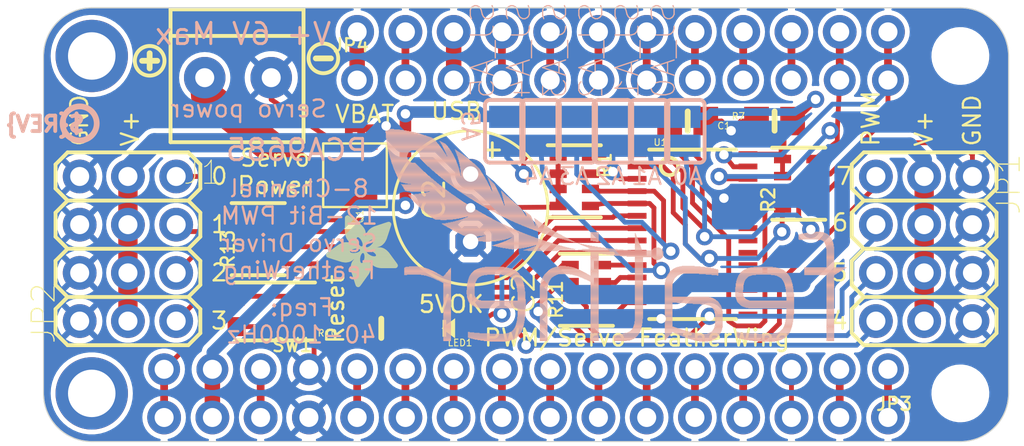
<source format=kicad_pcb>
(kicad_pcb (version 20221018) (generator pcbnew)
  (layers (0 "F.Cu" signal) (31 "B.Cu" signal) (34 "B.Paste" user) (35 "F.Paste" user) (36 "B.SilkS" user "B.Silkscreen") (37 "F.SilkS" user "F.Silkscreen") (38 "B.Mask" user) (39 "F.Mask" user) (44 "Edge.Cuts" user))
  (net 0 "")
  (net 1 "PWM0")
  (net 2 "PWM1")
  (net 3 "PWM2")
  (net 4 "PWM3")
  (net 5 "PWM4")
  (net 6 "PWM5")
  (net 7 "PWM6")
  (net 8 "PWM7")
  (net 9 "5.0V")
  (net 10 "GND")
  (net 11 "A0")
  (net 12 "A1")
  (net 13 "A2")
  (net 14 "A3")
  (net 15 "A4")
  (net 16 "A5")
  (net 17 "VCC")
  (net 18 "OE")
  (net 19 "SCL")
  (net 20 "SDA")
  (net 21 "PWRIN")
  (net 22 "N$1")
  (net 23 "N$2")
  (net 24 "N$3")
  (net 25 "N$4")
  (net 26 "N$5")
  (net 27 "N$6")
  (net 28 "N$7")
  (net 29 "N$8")
  (net 30 "N$9")
  (net 31 "N$10")
  (net 32 "N$11")
  (net 33 "N$12")
  (net 34 "N$13")
  (net 35 "N$14")
  (net 36 "N$15")
  (net 37 "N$16")
  (net 38 "N$17")
  (net 39 "N$18")
  (net 40 "N$19")
  (net 41 "N$20")
  (net 42 "N$21")
  (net 43 "N$22")
  (net 44 "VBAT")
  (net 45 "N$24")
  (net 46 "USB")
  (net 47 "N$25")
  (net 48 "N$26")
  (net 49 "N$27")
  (net 50 "N$28")
  (net 51 "N$29")
  (net 52 "N$30")
  (net 53 "N$31")
  (net 54 "N$32")
  (footprint "working:CHIPLED_0805_NOOUTLINE" (layer "F.Cu") (at 144.4371 110.4646 90)
    (fp_text reference "LED1")
    (fp_text value "GREEN")
  )
  (footprint "working:1X16_ROUND" (layer "F.Cu") (at 148.5011 112.6236 180)
    (fp_text reference "JP3")
    (fp_text value "")
  )
  (footprint "working:RESPACK_4X0603" (layer "F.Cu") (at 151.6761 108.4326 90)
    (fp_text reference "R11")
    (fp_text value "220")
  )
  (footprint "working:0805-NO" (layer "F.Cu") (at 157.0101 99.5426)
    (fp_text reference "R7")
    (fp_text value "10K")
  )
  (footprint "working:POWERDI3333" (layer "F.Cu") (at 139.4971 102.3986 -90)
    (fp_text reference "Q1")
    (fp_text value "AON7401")
  )
  (footprint "working:TERMBLOCK_1X2-3.5MM" (layer "F.Cu") (at 133.3881 97.2566 180)
    (fp_text reference "J1")
    (fp_text value "" hide)
  )
  (footprint "working:0805-NO" (layer "F.Cu") (at 161.5821 99.5426 180)
    (fp_text reference "C1")
    (fp_text value "10uF")
  )
  (footprint "working:1X12_ROUND" (layer "F.Cu") (at 153.5811 97.3836)
    (fp_text reference "JP4")
    (fp_text value "")
  )
  (footprint "working:RESPACK_4X0603" (layer "F.Cu") (at 162.8521 102.8446 90)
    (fp_text reference "R2")
    (fp_text value "10K")
  )
  (footprint "working:3X04" (layer "F.Cu") (at 169.4561 106.2736 -90)
    (fp_text reference "JP1")
    (fp_text value "")
  )
  (footprint "working:FIDUCIAL_1MM" (layer "F.Cu") (at 169.0741 113.9206)
    (fp_text reference "FID2" hide)
    (fp_text value "FIDUCIAL\"\"" hide)
  )
  (footprint "working:RESPACK_4X0603" (layer "F.Cu") (at 134.4041 105.7656 90)
    (fp_text reference "R13")
    (fp_text value "220")
  )
  (footprint "working:RESPACK_4X0603" (layer "F.Cu") (at 151.0411 102.7176 -90)
    (fp_text reference "R1")
    (fp_text value "10K")
  )
  (footprint "working:FEATHERWING" (layer "F.Cu") (at 123.1011 116.4336)
    (fp_text reference "MS1" hide)
    (fp_text value "FEATHERWING" hide)
    (fp_line (start 0 -20.32) (end 0 -2.54) (stroke (width 0.05)) (layer "Edge.Cuts"))
    (fp_line (start 2.54 0) (end 48.26 0) (stroke (width 0.05)) (layer "Edge.Cuts"))
    (fp_line (start 48.26 -22.86) (end 2.54 -22.86) (stroke (width 0.05)) (layer "Edge.Cuts"))
    (fp_line (start 50.8 -2.54) (end 50.8 -20.32) (stroke (width 0.05)) (layer "Edge.Cuts"))
    (fp_arc (start 0 -20.32) (mid 0.743949 -22.116051) (end 2.54 -22.86) (stroke (width 0.05)) (layer "Edge.Cuts"))
    (fp_arc (start 2.54 0) (mid 0.743949 -0.743949) (end 0 -2.54) (stroke (width 0.05)) (layer "Edge.Cuts"))
    (fp_arc (start 48.26 -22.86) (mid 50.056051 -22.116051) (end 50.8 -20.32) (stroke (width 0.05)) (layer "Edge.Cuts"))
    (fp_arc (start 50.8 -2.54) (mid 50.056051 -0.743949) (end 48.26 0) (stroke (width 0.05)) (layer "Edge.Cuts"))
  )
  (footprint "working:BTN_KMR2_4.6X2.8" (layer "F.Cu") (at 135.2931 109.5756 180)
    (fp_text reference "SW1")
    (fp_text value "")
  )
  (footprint "working:E3,5-8" (layer "F.Cu") (at 145.5801 104.1146 -90)
    (fp_text reference "C2")
    (fp_text value "")
  )
  (footprint "working:ADAFRUIT_3.5MM" (layer "F.Cu") (at 141.7701 104.4956 180)
    (fp_text reference "U$14" hide)
    (fp_text value "" hide)
  )
  (footprint "working:0805-NO" (layer "F.Cu") (at 140.8811 110.4646 180)
    (fp_text reference "R10")
    (fp_text value "470")
  )
  (footprint "working:TSSOP28" (layer "F.Cu") (at 157.2641 105.5116 -90)
    (fp_text reference "U1")
    (fp_text value "PCA9685")
  )
  (footprint "working:3X04" (layer "F.Cu") (at 127.5461 106.2736 90)
    (fp_text reference "JP2")
    (fp_text value "")
  )
  (footprint "working:FIDUCIAL_1MM" (layer "F.Cu") (at 128.5471 98.3046)
    (fp_text reference "FID1" hide)
    (fp_text value "FIDUCIAL\"\"" hide)
  )
  (footprint "working:SYMBOL_MINUS" (layer "F.Cu") (at 137.8331 96.2406)
    (fp_text reference "U$12" hide)
    (fp_text value "" hide)
  )
  (footprint "working:SYMBOL_PLUS" (layer "F.Cu") (at 128.6891 96.3676)
    (fp_text reference "U$11" hide)
    (fp_text value "" hide)
  )
  (footprint "working:SOLDERJUMPER_REFLOW_NOPASTE" (layer "B.Cu") (at 149.2631 100.0826 -90)
    (fp_text reference "SJ_A4")
    (fp_text value "")
  )
  (footprint "working:SOLDERJUMPER_REFLOW_NOPASTE" (layer "B.Cu") (at 151.1681 100.0826 -90)
    (fp_text reference "SJ_A3")
    (fp_text value "")
  )
  (footprint "working:PCBFEAT-REV-040" (layer "B.Cu") (at 125.0061 99.6696 180)
    (fp_text reference "U$16" hide)
    (fp_text value "" hide)
  )
  (footprint "working:SOLDERJUMPER_REFLOW_NOPASTE" (layer "B.Cu") (at 147.3581 100.0826 -90)
    (fp_text reference "SJ_A5")
    (fp_text value "")
  )
  (footprint "working:FEATHERLOGO" (layer "B.Cu") (at 165.3921 111.2266 180)
    (fp_text reference "U$15" hide)
    (fp_text value "" hide)
  )
  (footprint "working:SOLDERJUMPER_REFLOW_NOPASTE" (layer "B.Cu") (at 154.9781 100.0826 -90)
    (fp_text reference "SJ_A1")
    (fp_text value "")
  )
  (footprint "working:SOLDERJUMPER_REFLOW_NOPASTE" (layer "B.Cu") (at 156.8831 100.0826 -90)
    (fp_text reference "SJ_A0")
    (fp_text value "")
  )
  (footprint "working:SOLDERJUMPER_REFLOW_NOPASTE" (layer "B.Cu") (at 153.0731 100.0826 -90)
    (fp_text reference "SJ_A2")
    (fp_text value "")
  )
  (gr_line (start 123.1011 113.8936) (end 123.1011 96.1136) (stroke (width 0.05)) (layer "Edge.Cuts"))
  (gr_arc (start 173.9011 113.8936) (mid 173.157151 115.689651) (end 171.3611 116.4336) (stroke (width 0.05)) (layer "Edge.Cuts"))
  (gr_arc (start 171.3611 93.5736) (mid 173.157151 94.317549) (end 173.9011 96.1136) (stroke (width 0.05)) (layer "Edge.Cuts"))
  (gr_line (start 125.6411 93.5736) (end 171.3611 93.5736) (stroke (width 0.05)) (layer "Edge.Cuts"))
  (gr_line (start 171.3611 116.4336) (end 125.6411 116.4336) (stroke (width 0.05)) (layer "Edge.Cuts"))
  (gr_arc (start 123.1011 96.1136) (mid 123.845049 94.317549) (end 125.6411 93.5736) (stroke (width 0.05)) (layer "Edge.Cuts"))
  (gr_arc (start 125.6411 116.4336) (mid 123.845049 115.689651) (end 123.1011 113.8936) (stroke (width 0.05)) (layer "Edge.Cuts"))
  (gr_line (start 173.9011 96.1136) (end 173.9011 113.8936) (stroke (width 0.05)) (layer "Edge.Cuts"))
  (gr_text "V+ 6V Max" (at 138.3411 95.6056) (layer "B.SilkS") (effects (font (size 1.1176 1.1176) (thickness 0.1524)) (justify left bottom mirror)))
  (gr_text "A5" (at 146.0881 98.9076 -90) (layer "B.SilkS") (effects (font (size 0.89408 0.89408) (thickness 0.12192)) (justify right top mirror)))
  (gr_text "A0" (at 157.8991 102.9716) (layer "B.SilkS") (effects (font (size 0.89408 0.89408) (thickness 0.12192)) (justify left bottom mirror)))
  (gr_text "A4" (at 150.0251 102.9716) (layer "B.SilkS") (effects (font (size 0.89408 0.89408) (thickness 0.12192)) (justify left bottom mirror)))
  (gr_text "8-Channel\n12-Bit PWM\nServo Driver\nFeatherWing" (at 136.5631 105.2576) (layer "B.SilkS") (effects (font (size 0.89408 0.89408) (thickness 0.12192)) (justify mirror)))
  (gr_text "A2" (at 153.8351 102.9716) (layer "B.SilkS") (effects (font (size 0.89408 0.89408) (thickness 0.12192)) (justify left bottom mirror)))
  (gr_text "PCA9685" (at 136.4361 101.0666) (layer "B.SilkS") (effects (font (size 1.1176 1.1176) (thickness 0.1524)) (justify mirror)))
  (gr_text "Servo power" (at 138.0871 99.4156) (layer "B.SilkS") (effects (font (size 0.89408 0.89408) (thickness 0.12192)) (justify left bottom mirror)))
  (gr_text "A3" (at 151.9301 102.9716) (layer "B.SilkS") (effects (font (size 0.89408 0.89408) (thickness 0.12192)) (justify left bottom mirror)))
  (gr_text "A1" (at 155.7401 102.9716) (layer "B.SilkS") (effects (font (size 0.89408 0.89408) (thickness 0.12192)) (justify left bottom mirror)))
  (gr_text "Freq:\n40-1000Hz" (at 136.6901 110.0836) (layer "B.SilkS") (effects (font (size 0.89408 0.89408) (thickness 0.12192)) (justify mirror)))
  (gr_text "Servo\nPower" (at 135.2931 102.2096) (layer "F.SilkS") (effects (font (size 0.89408 0.89408) (thickness 0.12192))))
  (gr_text "Reset" (at 138.4681 109.4486 90) (layer "F.SilkS") (effects (font (size 0.88392 0.88392) (thickness 0.13208))))
  (gr_text "4" (at 164.4871 110.5916) (layer "F.SilkS") (effects (font (size 0.89408 0.89408) (thickness 0.12192)) (justify left bottom)))
  (gr_text "5" (at 164.4871 108.0516) (layer "F.SilkS") (effects (font (size 0.89408 0.89408) (thickness 0.12192)) (justify left bottom)))
  (gr_text "GND" (at 125.5141 100.9556 90) (layer "F.SilkS") (effects (font (size 0.89408 0.89408) (thickness 0.12192)) (justify left bottom)))
  (gr_text "1" (at 131.8481 105.5116) (layer "F.SilkS") (effects (font (size 0.89408 0.89408) (thickness 0.12192)) (justify left bottom)))
  (gr_text "2" (at 131.8481 108.0516) (layer "F.SilkS") (effects (font (size 0.89408 0.89408) (thickness 0.12192)) (justify left bottom)))
  (gr_text "0" (at 131.8481 102.9716) (layer "F.SilkS") (effects (font (size 0.89408 0.89408) (thickness 0.12192)) (justify left bottom)))
  (gr_text "PWM" (at 167.1701 100.9556 90) (layer "F.SilkS") (effects (font (size 0.89408 0.89408) (thickness 0.12192)) (justify left bottom)))
  (gr_text "USB" (at 143.4211 99.5426) (layer "F.SilkS") (effects (font (size 0.89408 0.89408) (thickness 0.12192)) (justify left bottom)))
  (gr_text "7" (at 164.7411 102.9716) (layer "F.SilkS") (effects (font (size 0.89408 0.89408) (thickness 0.12192)) (justify left bottom)))
  (gr_text "3" (at 131.8481 110.5916) (layer "F.SilkS") (effects (font (size 0.89408 0.89408) (thickness 0.12192)) (justify left bottom)))
  (gr_text "C2" (at 144.3101 104.8766 90) (layer "F.SilkS") (effects (font (size 1.1176 1.1176) (thickness 0.1524)) (justify left bottom)))
  (gr_text "6" (at 165.5351 104.3686) (layer "F.SilkS") (effects (font (size 0.89408 0.89408) (thickness 0.12192)) (justify right top)))
  (gr_text "VBAT" (at 141.6431 98.6536) (layer "F.SilkS") (effects (font (size 0.89408 0.89408) (thickness 0.12192)) (justify right top)))
  (gr_text "V+" (at 169.9641 100.9556 90) (layer "F.SilkS") (effects (font (size 0.89408 0.89408) (thickness 0.12192)) (justify left bottom)))
  (gr_text "GND" (at 172.5041 100.9556 90) (layer "F.SilkS") (effects (font (size 0.89408 0.89408) (thickness 0.12192)) (justify left bottom)))
  (gr_text "V+" (at 128.1811 100.9556 90) (layer "F.SilkS") (effects (font (size 0.89408 0.89408) (thickness 0.12192)) (justify left bottom)))
  (gr_text "5VOK" (at 144.5641 109.1946) (layer "F.SilkS") (effects (font (size 0.88392 0.88392) (thickness 0.13208))))
  (gr_text "PWM/Servo FeatherWing" (at 146.2151 111.4806) (layer "F.SilkS") (effects (font (size 0.88392 0.88392) (thickness 0.13208)) (justify left bottom)))
  (segment (start 141.7701 104.7496) (end 144.3101 107.2896) (width 0.254) (layer "F.Cu") (net 1))
  (segment (start 137.1681 104.4656) (end 137.4521 104.7496) (width 0.254) (layer "F.Cu") (net 1))
  (segment (start 153.1591 104.5366) (end 153.0731 104.6226) (width 0.254) (layer "F.Cu") (net 1))
  (segment (start 137.4521 104.7496) (end 141.7701 104.7496) (width 0.254) (layer "F.Cu") (net 1))
  (segment (start 153.0731 104.6226) (end 149.8981 104.6226) (width 0.254) (layer "F.Cu") (net 1))
  (segment (start 144.3101 107.2896) (end 147.2311 107.2896) (width 0.254) (layer "F.Cu") (net 1))
  (segment (start 149.8981 104.6226) (end 147.2311 107.2896) (width 0.254) (layer "F.Cu") (net 1))
  (segment (start 154.3463 104.5366) (end 153.1591 104.5366) (width 0.254) (layer "F.Cu") (net 1))
  (segment (start 135.2541 104.4656) (end 137.1681 104.4656) (width 0.254) (layer "F.Cu") (net 1))
  (segment (start 154.3463 105.1866) (end 150.0961 105.1866) (width 0.254) (layer "F.Cu") (net 2))
  (segment (start 141.6241 105.3656) (end 144.0561 107.7976) (width 0.254) (layer "F.Cu") (net 2))
  (segment (start 150.0961 105.1866) (end 147.4851 107.7976) (width 0.254) (layer "F.Cu") (net 2))
  (segment (start 135.2541 105.3656) (end 141.6241 105.3656) (width 0.254) (layer "F.Cu") (net 2))
  (segment (start 144.0561 107.7976) (end 147.4851 107.7976) (width 0.254) (layer "F.Cu") (net 2))
  (segment (start 154.3463 105.8366) (end 150.2081 105.8366) (width 0.254) (layer "F.Cu") (net 3))
  (segment (start 150.2081 105.8366) (end 147.7391 108.3056) (width 0.254) (layer "F.Cu") (net 3))
  (segment (start 141.5351 106.1656) (end 143.6751 108.3056) (width 0.254) (layer "F.Cu") (net 3))
  (segment (start 143.6751 108.3056) (end 147.7391 108.3056) (width 0.254) (layer "F.Cu") (net 3))
  (segment (start 135.2541 106.1656) (end 141.5351 106.1656) (width 0.254) (layer "F.Cu") (net 3))
  (segment (start 143.2941 108.8136) (end 147.9931 108.8136) (width 0.254) (layer "F.Cu") (net 4))
  (segment (start 150.3201 106.4866) (end 147.9931 108.8136) (width 0.254) (layer "F.Cu") (net 4))
  (segment (start 154.3463 106.4866) (end 150.3201 106.4866) (width 0.254) (layer "F.Cu") (net 4))
  (segment (start 135.2541 107.0656) (end 141.5461 107.0656) (width 0.254) (layer "F.Cu") (net 4))
  (segment (start 141.5461 107.0656) (end 143.2941 108.8136) (width 0.254) (layer "F.Cu") (net 4))
  (segment (start 154.3423 107.1326) (end 152.5261 107.1326) (width 0.254) (layer "F.Cu") (net 5))
  (segment (start 154.3463 107.1366) (end 154.3423 107.1326) (width 0.254) (layer "F.Cu") (net 5))
  (segment (start 153.2001 108.0516) (end 152.5451 108.0516) (width 0.254) (layer "F.Cu") (net 6))
  (segment (start 153.4651 107.7866) (end 153.2001 108.0516) (width 0.254) (layer "F.Cu") (net 6))
  (segment (start 154.3463 107.7866) (end 153.4651 107.7866) (width 0.254) (layer "F.Cu") (net 6))
  (segment (start 152.5451 108.0516) (end 152.5261 108.0326) (width 0.254) (layer "F.Cu") (net 6))
  (segment (start 153.7041 108.4366) (end 153.3271 108.8136) (width 0.254) (layer "F.Cu") (net 7))
  (segment (start 153.3271 108.8136) (end 152.5451 108.8136) (width 0.254) (layer "F.Cu") (net 7))
  (segment (start 154.3463 108.4366) (end 153.7041 108.4366) (width 0.254) (layer "F.Cu") (net 7))
  (segment (start 152.5451 108.8136) (end 152.5261 108.8326) (width 0.254) (layer "F.Cu") (net 7))
  (segment (start 153.8161 109.0866) (end 153.2001 109.7026) (width 0.254) (layer "F.Cu") (net 8))
  (segment (start 153.2001 109.7026) (end 152.5561 109.7026) (width 0.254) (layer "F.Cu") (net 8))
  (segment (start 152.5561 109.7026) (end 152.5261 109.7326) (width 0.254) (layer "F.Cu") (net 8))
  (segment (start 154.3463 109.0866) (end 153.8161 109.0866) (width 0.254) (layer "F.Cu") (net 8))
  (segment (start 127.5461 102.4636) (end 127.5461 105.0036) (width 1.016) (layer "F.Cu") (net 9))
  (segment (start 146.7571 109.7026) (end 145.4871 110.4646) (width 0.254) (layer "F.Cu") (net 9))
  (segment (start 127.5461 107.5436) (end 127.5461 110.0836) (width 1.016) (layer "F.Cu") (net 9))
  (segment (start 140.4721 99.9236) (end 140.8811 99.9236) (width 0.4064) (layer "F.Cu") (net 9))
  (segment (start 140.8811 99.9236) (end 141.1351 99.7966) (width 0.4064) (layer "F.Cu") (net 9))
  (segment (start 139.1721 100.6986) (end 139.1721 99.9236) (width 0.4064) (layer "F.Cu") (net 9))
  (segment (start 169.4561 107.5436) (end 169.4561 110.0836) (width 1.016) (layer "F.Cu") (net 9))
  (segment (start 147.2311 109.7026) (end 146.7571 109.7026) (width 0.254) (layer "F.Cu") (net 9))
  (segment (start 139.8221 100.6986) (end 139.8221 99.9236) (width 0.4064) (layer "F.Cu") (net 9))
  (segment (start 127.5461 105.0036) (end 127.5461 107.5436) (width 1.016) (layer "F.Cu") (net 9))
  (segment (start 140.4721 99.9236) (end 140.4721 100.6986) (width 0.4064) (layer "F.Cu") (net 9))
  (segment (start 139.8221 99.9236) (end 140.4721 99.9236) (width 0.4064) (layer "F.Cu") (net 9))
  (segment (start 169.4561 105.0036) (end 169.4561 107.5436) (width 1.016) (layer "F.Cu") (net 9))
  (segment (start 139.1721 99.9236) (end 139.8221 99.9236) (width 0.4064) (layer "F.Cu") (net 9))
  (segment (start 169.4561 102.4636) (end 169.4561 105.0036) (width 1.016) (layer "F.Cu") (net 9))
  (via (at 147.2311 109.7026) (size 0.9064) (drill 0.5) (layers "F.Cu" "B.Cu") (net 9))
  (via (at 141.1351 99.7966) (size 0.9064) (drill 0.5) (layers "F.Cu" "B.Cu") (net 9))
  (segment (start 140.2461 100.6856) (end 141.1351 99.7966) (width 1.016) (layer "B.Cu") (net 9))
  (segment (start 146.4691 103.0986) (end 148.6281 105.2576) (width 1.016) (layer "B.Cu") (net 9))
  (segment (start 169.4561 101.5746) (end 169.4561 102.4636) (width 0.8128) (layer "B.Cu") (net 9))
  (segment (start 147.2311 109.7026) (end 147.2311 107.6706) (width 0.254) (layer "B.Cu") (net 9))
  (segment (start 168.6941 100.8126) (end 169.4561 101.5746) (width 0.8128) (layer "B.Cu") (net 9))
  (segment (start 165.1381 105.8926) (end 165.1381 102.0826) (width 0.8128) (layer "B.Cu") (net 9))
  (segment (start 142.0241 100.6856) (end 143.9291 100.6856) (width 1.016) (layer "B.Cu") (net 9))
  (segment (start 148.6281 106.4006) (end 150.9141 108.6866) (width 1.016) (layer "B.Cu") (net 9))
  (segment (start 150.9141 108.6866) (end 156.3751 108.6866) (width 1.016) (layer "B.Cu") (net 9))
  (segment (start 127.5461 102.0826) (end 128.9431 100.6856) (width 1.016) (layer "B.Cu") (net 9))
  (segment (start 148.6281 105.2576) (end 148.6281 106.2736) (width 1.016) (layer "B.Cu") (net 9))
  (segment (start 162.9791 108.0516) (end 165.1381 105.8926) (width 0.8128) (layer "B.Cu") (net 9))
  (segment (start 141.1351 99.7966) (end 142.0241 100.6856) (width 1.016) (layer "B.Cu") (net 9))
  (segment (start 143.9291 100.6856) (end 145.5801 102.3366) (width 1.016) (layer "B.Cu") (net 9))
  (segment (start 145.5801 102.3366) (end 146.4691 103.0986) (width 1.016) (layer "B.Cu") (net 9))
  (segment (start 127.5461 102.4636) (end 127.5461 102.0826) (width 0.8128) (layer "B.Cu") (net 9))
  (segment (start 166.4081 100.8126) (end 168.6941 100.8126) (width 0.8128) (layer "B.Cu") (net 9))
  (segment (start 157.0101 108.0516) (end 162.9791 108.0516) (width 1.016) (layer "B.Cu") (net 9))
  (segment (start 147.2311 107.6706) (end 148.6281 106.2736) (width 0.254) (layer "B.Cu") (net 9))
  (segment (start 128.9431 100.6856) (end 140.2461 100.6856) (width 1.016) (layer "B.Cu") (net 9))
  (segment (start 165.1381 102.0826) (end 166.4081 100.8126) (width 0.8128) (layer "B.Cu") (net 9))
  (segment (start 148.6281 106.2736) (end 148.6281 106.4006) (width 1.016) (layer "B.Cu") (net 9))
  (segment (start 145.8341 102.3366) (end 145.5801 102.3366) (width 0.254) (layer "B.Cu") (net 9))
  (segment (start 156.3751 108.6866) (end 157.0101 108.0516) (width 1.016) (layer "B.Cu") (net 9))
  (segment (start 150.1911 101.4176) (end 150.1911 103.1176) (width 0.254) (layer "F.Cu") (net 10))
  (segment (start 159.8041 99.5426) (end 160.6321 99.5426) (width 0.254) (layer "F.Cu") (net 10))
  (segment (start 140.0201 110.3756) (end 139.9311 110.4646) (width 0.254) (layer "F.Cu") (net 10))
  (segment (start 138.5221 100.6986) (end 135.0881 98.4076) (width 0.254) (layer "F.Cu") (net 10))
  (segment (start 133.2431 110.3756) (end 137.3431 110.3756) (width 0.254) (layer "F.Cu") (net 10))
  (segment (start 150.1911 101.4176) (end 150.1911 102.3176) (width 0.254) (layer "F.Cu") (net 10))
  (segment (start 159.2851 103.2366) (end 158.9151 103.6066) (width 0.254) (layer "F.Cu") (net 10))
  (segment (start 164.3571 103.2446) (end 166.9161 100.6856) (width 0.254) (layer "F.Cu") (net 10))
  (segment (start 150.1911 104.0756) (end 145.5801 104.1146) (width 0.254) (layer "F.Cu") (net 10))
  (segment (start 160.1819 103.2366) (end 159.2851 103.2366) (width 0.254) (layer "F.Cu") (net 10))
  (segment (start 157.9601 99.5426) (end 158.7881 99.5426) (width 0.254) (layer "F.Cu") (net 10))
  (segment (start 137.3431 112.3516) (end 137.0711 112.6236) (width 0.254) (layer "F.Cu") (net 10))
  (segment (start 159.2961 100.0506) (end 159.8041 99.5426) (width 0.254) (layer "F.Cu") (net 10))
  (segment (start 135.0881 98.4076) (end 135.0881 97.2566) (width 0.254) (layer "F.Cu") (net 10))
  (segment (start 155.4521 109.7366) (end 155.6131 109.9566) (width 0.254) (layer "F.Cu") (net 10))
  (segment (start 150.1911 104.0756) (end 150.1911 104.0176) (width 0.254) (layer "F.Cu") (net 10))
  (segment (start 137.3431 110.3756) (end 137.3431 112.3516) (width 0.254) (layer "F.Cu") (net 10))
  (segment (start 158.7881 99.5426) (end 159.2961 100.0506) (width 0.254) (layer "F.Cu") (net 10))
  (segment (start 150.1911 103.1176) (end 150.1911 104.0176) (width 0.254) (layer "F.Cu") (net 10))
  (segment (start 150.1911 102.3176) (end 150.1911 103.1176) (width 0.254) (layer "F.Cu") (net 10))
  (segment (start 137.3431 110.3756) (end 140.0201 110.3756) (width 0.254) (layer "F.Cu") (net 10))
  (segment (start 171.9961 101.3206) (end 171.9961 102.4636) (width 0.254) (layer "F.Cu") (net 10))
  (segment (start 166.9161 100.6856) (end 171.3611 100.6856) (width 0.254) (layer "F.Cu") (net 10))
  (segment (start 163.7021 103.2446) (end 163.7021 104.1446) (width 0.254) (layer "F.Cu") (net 10))
  (segment (start 171.3611 100.6856) (end 171.9961 101.3206) (width 0.254) (layer "F.Cu") (net 10))
  (segment (start 163.7021 103.2446) (end 164.3571 103.2446) (width 0.254) (layer "F.Cu") (net 10))
  (segment (start 154.3463 109.7366) (end 155.4521 109.7366) (width 0.254) (layer "F.Cu") (net 10))
  (via (at 158.9151 103.6066) (size 0.9064) (drill 0.5) (layers "F.Cu" "B.Cu") (net 10))
  (via (at 159.2961 100.0506) (size 0.9064) (drill 0.5) (layers "F.Cu" "B.Cu") (net 10))
  (via (at 155.6131 109.9566) (size 0.9064) (drill 0.5) (layers "F.Cu" "B.Cu") (net 10))
  (via (at 145.5801 104.1146) (size 0.9064) (drill 0.5) (layers "F.Cu" "B.Cu") (net 10))
  (segment (start 145.5801 104.1146) (end 145.7071 104.1146) (width 0.254) (layer "B.Cu") (net 10))
  (segment (start 158.9151 103.6066) (end 158.9151 103.3526) (width 0.254) (layer "B.Cu") (net 10))
  (segment (start 146.3421 110.0836) (end 146.4691 109.9566) (width 0.254) (layer "B.Cu") (net 10))
  (segment (start 157.8991 105.2576) (end 157.8991 105.6386) (width 0.254) (layer "F.Cu") (net 11))
  (segment (start 162.8521 103.2256) (end 162.3641 103.2256) (width 0.254) (layer "F.Cu") (net 11))
  (segment (start 156.7561 104.1146) (end 157.8991 105.2576) (width 0.254) (layer "F.Cu") (net 11))
  (segment (start 162.3641 103.2256) (end 162.0021 103.2446) (width 0.254) (layer "F.Cu") (net 11))
  (segment (start 163.4871 105.2576) (end 162.8521 104.6226) (width 0.254) (layer "F.Cu") (net 11))
  (segment (start 154.3463 101.2866) (end 155.8331 101.2866) (width 0.254) (layer "F.Cu") (net 11))
  (segment (start 155.8331 101.2866) (end 156.7561 102.2096) (width 0.254) (layer "F.Cu") (net 11))
  (segment (start 162.8521 104.6226) (end 162.8521 103.2256) (width 0.254) (layer "F.Cu") (net 11))
  (segment (start 156.7561 102.2096) (end 156.7561 104.1146) (width 0.254) (layer "F.Cu") (net 11))
  (via (at 157.8991 105.6386) (size 0.9064) (drill 0.5) (layers "F.Cu" "B.Cu") (net 11))
  (via (at 163.4871 105.2576) (size 0.9064) (drill 0.5) (layers "F.Cu" "B.Cu") (net 11))
  (segment (start 160.4391 105.6386) (end 161.5821 104.4956) (width 0.254) (layer "B.Cu") (net 11))
  (segment (start 156.8831 100.8446) (end 157.0101 102.8446) (width 0.254) (layer "B.Cu") (net 11))
  (segment (start 157.8991 105.6386) (end 160.4391 105.6386) (width 0.254) (layer "B.Cu") (net 11))
  (segment (start 162.7251 104.4956) (end 163.4871 105.2576) (width 0.254) (layer "B.Cu") (net 11))
  (segment (start 157.8991 103.7336) (end 157.8991 105.6386) (width 0.254) (layer "B.Cu") (net 11))
  (segment (start 161.5821 104.4956) (end 162.7251 104.4956) (width 0.254) (layer "B.Cu") (net 11))
  (segment (start 157.0101 102.8446) (end 157.8991 103.7336) (width 0.254) (layer "B.Cu") (net 11))
  (segment (start 156.8831 105.0036) (end 156.2481 104.3686) (width 0.254) (layer "F.Cu") (net 12))
  (segment (start 157.6451 106.7816) (end 156.8831 106.0196) (width 0.254) (layer "F.Cu") (net 12))
  (segment (start 155.7401 101.9556) (end 154.3653 101.9556) (width 0.254) (layer "F.Cu") (net 12))
  (segment (start 162.0021 104.1446) (end 162.0021 104.3296) (width 0.254) (layer "F.Cu") (net 12))
  (segment (start 156.2481 104.3686) (end 156.2481 102.4636) (width 0.254) (layer "F.Cu") (net 12))
  (segment (start 156.2481 102.4636) (end 155.7401 101.9556) (width 0.254) (layer "F.Cu") (net 12))
  (segment (start 158.1531 106.7816) (end 157.6451 106.7816) (width 0.254) (layer "F.Cu") (net 12))
  (segment (start 156.8831 106.0196) (end 156.8831 105.0036) (width 0.254) (layer "F.Cu") (net 12))
  (segment (start 154.3653 101.9556) (end 154.3463 101.9366) (width 0.254) (layer "F.Cu") (net 12))
  (segment (start 162.0021 104.3296) (end 161.9631 105.3846) (width 0.254) (layer "F.Cu") (net 12))
  (via (at 161.9631 105.3846) (size 0.9064) (drill 0.5) (layers "F.Cu" "B.Cu") (net 12))
  (via (at 158.1531 106.7816) (size 0.9064) (drill 0.5) (layers "F.Cu" "B.Cu") (net 12))
  (segment (start 156.8831 103.6066) (end 155.1051 101.8286) (width 0.254) (layer "B.Cu") (net 12))
  (segment (start 155.1051 101.8286) (end 154.9781 100.8446) (width 0.254) (layer "B.Cu") (net 12))
  (segment (start 161.9631 105.3846) (end 160.6931 106.7816) (width 0.254) (layer "B.Cu") (net 12))
  (segment (start 157.7721 106.9086) (end 156.8831 106.0196) (width 0.254) (layer "B.Cu") (net 12))
  (segment (start 160.6931 106.7816) (end 158.1531 106.7816) (width 0.254) (layer "B.Cu") (net 12))
  (segment (start 158.1531 106.7816) (end 157.7721 106.9086) (width 0.254) (layer "B.Cu") (net 12))
  (segment (start 156.8831 106.0196) (end 156.8831 103.6066) (width 0.254) (layer "B.Cu") (net 12))
  (segment (start 153.4501 102.5866) (end 153.2001 102.3366) (width 0.254) (layer "F.Cu") (net 13))
  (segment (start 153.2001 102.3366) (end 152.4181 102.3366) (width 0.254) (layer "F.Cu") (net 13))
  (segment (start 154.3463 102.5866) (end 153.4501 102.5866) (width 0.254) (layer "F.Cu") (net 13))
  (segment (start 153.2001 102.3366) (end 153.0731 102.2096) (width 0.254) (layer "F.Cu") (net 13))
  (segment (start 152.4181 102.3366) (end 151.8911 102.3176) (width 0.254) (layer "F.Cu") (net 13))
  (via (at 153.0731 102.2096) (size 0.9064) (drill 0.5) (layers "F.Cu" "B.Cu") (net 13))
  (segment (start 153.0731 102.2096) (end 153.0731 100.8446) (width 0.254) (layer "B.Cu") (net 13))
  (segment (start 155.7401 103.7336) (end 155.7401 106.0196) (width 0.254) (layer "F.Cu") (net 14))
  (segment (start 152.3991 103.2366) (end 151.8911 103.1176) (width 0.254) (layer "F.Cu") (net 14))
  (segment (start 155.2431 103.2366) (end 155.7401 103.7336) (width 0.254) (layer "F.Cu") (net 14))
  (segment (start 154.3463 103.2366) (end 155.2431 103.2366) (width 0.254) (layer "F.Cu") (net 14))
  (segment (start 154.3463 103.2366) (end 152.3991 103.2366) (width 0.254) (layer "F.Cu") (net 14))
  (segment (start 155.7401 106.0196) (end 156.1211 106.4006) (width 0.254) (layer "F.Cu") (net 14))
  (via (at 156.1211 106.4006) (size 0.9064) (drill 0.5) (layers "F.Cu" "B.Cu") (net 14))
  (segment (start 151.1681 100.8446) (end 151.1681 102.3366) (width 0.254) (layer "B.Cu") (net 14))
  (segment (start 153.7081 104.8766) (end 154.5971 104.8766) (width 0.254) (layer "B.Cu") (net 14))
  (segment (start 154.5971 104.8766) (end 156.1211 106.4006) (width 0.254) (layer "B.Cu") (net 14))
  (segment (start 151.1681 102.3366) (end 153.7081 104.8766) (width 0.254) (layer "B.Cu") (net 14))
  (segment (start 155.0041 103.8866) (end 155.2321 104.1146) (width 0.254) (layer "F.Cu") (net 15))
  (segment (start 152.5301 103.8866) (end 154.3463 103.8866) (width 0.254) (layer "F.Cu") (net 15))
  (segment (start 155.2321 107.0356) (end 155.6131 107.4166) (width 0.254) (layer "F.Cu") (net 15))
  (segment (start 155.2321 104.1146) (end 155.2321 107.0356) (width 0.254) (layer "F.Cu") (net 15))
  (segment (start 154.3463 103.8866) (end 155.0041 103.8866) (width 0.254) (layer "F.Cu") (net 15))
  (segment (start 151.8911 104.0176) (end 152.5301 103.8866) (width 0.254) (layer "F.Cu") (net 15))
  (via (at 155.6131 107.4166) (size 0.9064) (drill 0.5) (layers "F.Cu" "B.Cu") (net 15))
  (segment (start 150.0251 103.3526) (end 149.3901 102.4636) (width 0.254) (layer "B.Cu") (net 15))
  (segment (start 149.3901 102.4636) (end 149.2631 100.8446) (width 0.254) (layer "B.Cu") (net 15))
  (segment (start 150.0251 103.3526) (end 154.0891 107.4166) (width 0.254) (layer "B.Cu") (net 15))
  (segment (start 154.0891 107.4166) (end 155.6131 107.4166) (width 0.254) (layer "B.Cu") (net 15))
  (segment (start 161.0741 110.0836) (end 160.8201 110.3376) (width 0.254) (layer "F.Cu") (net 16))
  (segment (start 151.1591 100.6856) (end 149.2631 100.6856) (width 0.254) (layer "F.Cu") (net 16))
  (segment (start 159.5501 110.3376) (end 159.1691 110.0836) (width 0.254) (layer "F.Cu") (net 16))
  (segment (start 160.1819 103.8866) (end 160.9731 103.8866) (width 0.254) (layer "F.Cu") (net 16))
  (segment (start 159.1691 110.0836) (end 159.1691 105.7656) (width 0.254) (layer "F.Cu") (net 16))
  (segment (start 157.2641 103.8606) (end 157.2641 101.9556) (width 0.254) (layer "F.Cu") (net 16))
  (segment (start 160.9731 103.8866) (end 161.0741 104.1146) (width 0.254) (layer "F.Cu") (net 16))
  (segment (start 149.2631 100.6856) (end 148.3741 101.5746) (width 0.254) (layer "F.Cu") (net 16))
  (segment (start 161.0741 104.1146) (end 161.0741 110.0836) (width 0.254) (layer "F.Cu") (net 16))
  (segment (start 157.2641 101.9556) (end 155.9941 100.6856) (width 0.254) (layer "F.Cu") (net 16))
  (segment (start 151.8911 101.4176) (end 151.1591 100.6856) (width 0.254) (layer "F.Cu") (net 16))
  (segment (start 153.0731 100.6856) (end 152.5951 101.4176) (width 0.254) (layer "F.Cu") (net 16))
  (segment (start 148.3741 101.5746) (end 148.3741 102.3366) (width 0.254) (layer "F.Cu") (net 16))
  (segment (start 159.1691 105.7656) (end 157.2641 103.8606) (width 0.254) (layer "F.Cu") (net 16))
  (segment (start 155.9941 100.6856) (end 153.0731 100.6856) (width 0.254) (layer "F.Cu") (net 16))
  (segment (start 160.8201 110.3376) (end 159.5501 110.3376) (width 0.254) (layer "F.Cu") (net 16))
  (segment (start 152.5951 101.4176) (end 151.8911 101.4176) (width 0.254) (layer "F.Cu") (net 16))
  (via (at 148.3741 102.3366) (size 0.9064) (drill 0.5) (layers "F.Cu" "B.Cu") (net 16))
  (segment (start 148.3741 102.3366) (end 147.4851 101.4476) (width 0.254) (layer "B.Cu") (net 16))
  (segment (start 147.4851 101.4476) (end 147.3581 100.8446) (width 0.254) (layer "B.Cu") (net 16))
  (segment (start 162.5321 99.5426) (end 162.0021 100.0726) (width 0.4064) (layer "F.Cu") (net 17))
  (segment (start 161.9981 101.2866) (end 162.0021 101.5446) (width 0.254) (layer "F.Cu") (net 17))
  (segment (start 142.1511 103.9876) (end 142.1511 99.1616) (width 0.6096) (layer "F.Cu") (net 17))
  (segment (start 131.9911 115.1636) (end 131.9911 112.6236) (width 0.8128) (layer "F.Cu") (net 17))
  (segment (start 162.0021 101.5446) (end 162.0021 102.4446) (width 0.254) (layer "F.Cu") (net 17))
  (segment (start 162.5321 99.5426) (end 163.7411 98.3996) (width 0.4064) (layer "F.Cu") (net 17))
  (segment (start 162.0021 100.0726) (end 162.0021 101.5446) (width 0.4064) (layer "F.Cu") (net 17))
  (segment (start 160.1819 101.2866) (end 161.9981 101.2866) (width 0.254) (layer "F.Cu") (net 17))
  (via (at 142.1511 103.9876) (size 0.9064) (drill 0.5) (layers "F.Cu" "B.Cu") (net 17))
  (via (at 142.1511 99.1616) (size 0.9064) (drill 0.5) (layers "F.Cu" "B.Cu") (net 17))
  (via (at 163.7411 98.3996) (size 0.9064) (drill 0.5) (layers "F.Cu" "B.Cu") (net 17))
  (segment (start 131.9911 112.6236) (end 131.9911 111.7346) (width 0.6096) (layer "B.Cu") (net 17))
  (segment (start 158.0261 99.2886) (end 156.8831 99.3206) (width 0.4064) (layer "B.Cu") (net 17))
  (segment (start 139.7381 103.9876) (end 142.1511 103.9876) (width 0.6096) (layer "B.Cu") (net 17))
  (segment (start 151.1681 99.3206) (end 153.0731 99.3206) (width 0.6096) (layer "B.Cu") (net 17))
  (segment (start 147.3581 99.3206) (end 149.2631 99.3206) (width 0.6096) (layer "B.Cu") (net 17))
  (segment (start 146.2151 99.2886) (end 147.3581 99.3206) (width 0.6096) (layer "B.Cu") (net 17))
  (segment (start 153.0731 99.3206) (end 154.9781 99.3206) (width 0.6096) (layer "B.Cu") (net 17))
  (segment (start 149.2631 99.3206) (end 151.1681 99.3206) (width 0.6096) (layer "B.Cu") (net 17))
  (segment (start 163.7411 98.3996) (end 162.6301 99.0666) (width 0.4064) (layer "B.Cu") (net 17))
  (segment (start 131.9911 111.7346) (end 139.7381 103.9876) (width 0.6096) (layer "B.Cu") (net 17))
  (segment (start 156.8831 99.3206) (end 154.9781 99.3206) (width 0.6096) (layer "B.Cu") (net 17))
  (segment (start 158.2481 99.0666) (end 158.0261 99.2886) (width 0.4064) (layer "B.Cu") (net 17))
  (segment (start 145.9931 99.0666) (end 146.2151 99.2886) (width 0.6096) (layer "B.Cu") (net 17))
  (segment (start 142.1191 99.0666) (end 145.9931 99.0666) (width 0.6096) (layer "B.Cu") (net 17))
  (segment (start 162.6301 99.0666) (end 158.2481 99.0666) (width 0.4064) (layer "B.Cu") (net 17))
  (segment (start 142.1511 99.1616) (end 142.1191 99.0666) (width 0.4064) (layer "B.Cu") (net 17))
  (segment (start 158.6611 104.4956) (end 160.1409 104.4956) (width 0.254) (layer "F.Cu") (net 18))
  (segment (start 157.7721 103.6066) (end 158.6611 104.4956) (width 0.254) (layer "F.Cu") (net 18))
  (segment (start 157.7721 101.7016) (end 157.7721 103.6066) (width 0.254) (layer "F.Cu") (net 18))
  (segment (start 160.1409 104.4956) (end 160.1819 104.5366) (width 0.254) (layer "F.Cu") (net 18))
  (segment (start 156.0601 99.9896) (end 157.7721 101.7016) (width 0.254) (layer "F.Cu") (net 18))
  (segment (start 156.0601 99.5426) (end 156.0601 99.9896) (width 0.254) (layer "F.Cu") (net 18))
  (segment (start 165.0111 97.3836) (end 164.8841 100.0506) (width 0.254) (layer "F.Cu") (net 19))
  (segment (start 164.8841 100.0506) (end 164.8841 100.6166) (width 0.254) (layer "F.Cu") (net 19))
  (segment (start 165.0111 97.3836) (end 165.0111 94.8436) (width 0.4064) (layer "F.Cu") (net 19))
  (segment (start 158.7881 102.5906) (end 158.6611 102.4636) (width 0.254) (layer "F.Cu") (net 19))
  (segment (start 159.3001 102.5866) (end 158.7881 102.5906) (width 0.254) (layer "F.Cu") (net 19))
  (segment (start 164.5031 100.0506) (end 164.8841 100.0506) (width 0.254) (layer "F.Cu") (net 19))
  (segment (start 160.1819 102.5866) (end 159.3001 102.5866) (width 0.254) (layer "F.Cu") (net 19))
  (segment (start 164.8841 100.6166) (end 163.7021 101.5446) (width 0.254) (layer "F.Cu") (net 19))
  (via (at 164.5031 100.0506) (size 0.9064) (drill 0.5) (layers "F.Cu" "B.Cu") (net 19))
  (via (at 158.6611 102.4636) (size 0.9064) (drill 0.5) (layers "F.Cu" "B.Cu") (net 19))
  (segment (start 158.6611 102.4636) (end 162.2171 102.4636) (width 0.254) (layer "B.Cu") (net 19))
  (segment (start 162.2171 102.4636) (end 164.5031 100.0506) (width 0.254) (layer "B.Cu") (net 19))
  (segment (start 165.0111 96.6216) (end 165.0111 97.3836) (width 0.254) (layer "B.Cu") (net 19))
  (segment (start 164.5031 102.3366) (end 164.0641 102.3366) (width 0.254) (layer "F.Cu") (net 20))
  (segment (start 167.5511 97.3836) (end 167.5511 99.2886) (width 0.254) (layer "F.Cu") (net 20))
  (segment (start 160.1819 101.9556) (end 159.4231 101.9556) (width 0.254) (layer "F.Cu") (net 20))
  (segment (start 160.1819 101.9366) (end 160.1819 101.9556) (width 0.254) (layer "F.Cu") (net 20))
  (segment (start 159.4231 101.9556) (end 158.9151 101.3206) (width 0.254) (layer "F.Cu") (net 20))
  (segment (start 164.0641 102.3366) (end 163.7021 102.4446) (width 0.254) (layer "F.Cu") (net 20))
  (segment (start 167.5511 97.3836) (end 167.5511 94.8436) (width 0.4064) (layer "F.Cu") (net 20))
  (segment (start 167.5511 99.2886) (end 164.5031 102.3366) (width 0.254) (layer "F.Cu") (net 20))
  (via (at 158.9151 101.3206) (size 0.9064) (drill 0.5) (layers "F.Cu" "B.Cu") (net 20))
  (segment (start 166.7891 98.6536) (end 164.6301 98.6536) (width 0.254) (layer "B.Cu") (net 20))
  (segment (start 161.9631 101.3206) (end 158.9151 101.3206) (width 0.254) (layer "B.Cu") (net 20))
  (segment (start 167.5511 97.8916) (end 167.5511 97.3836) (width 0.254) (layer "B.Cu") (net 20))
  (segment (start 164.6301 98.6536) (end 161.9631 101.3206) (width 0.254) (layer "B.Cu") (net 20))
  (segment (start 167.5511 97.8916) (end 166.7891 98.6536) (width 0.254) (layer "B.Cu") (net 20))
  (segment (start 137.8831 103.1486) (end 139.4971 103.1486) (width 1.6764) (layer "F.Cu") (net 21))
  (segment (start 131.7151 98.2506) (end 137.8831 103.1486) (width 1.6764) (layer "F.Cu") (net 21))
  (segment (start 131.5881 97.2566) (end 131.7151 98.2506) (width 1.6764) (layer "F.Cu") (net 21))
  (segment (start 143.3871 110.4646) (end 141.8311 110.4646) (width 0.254) (layer "F.Cu") (net 22))
  (segment (start 157.1371 110.8456) (end 152.3111 110.8456) (width 0.254) (layer "F.Cu") (net 23))
  (segment (start 151.6761 109.3216) (end 151.1871 108.8326) (width 0.254) (layer "F.Cu") (net 23))
  (segment (start 158.1531 109.8296) (end 157.1371 110.8456) (width 0.254) (layer "F.Cu") (net 23))
  (segment (start 152.3111 110.8456) (end 151.6761 110.2106) (width 0.254) (layer "F.Cu") (net 23))
  (segment (start 151.6761 110.2106) (end 151.6761 109.3216) (width 0.254) (layer "F.Cu") (net 23))
  (segment (start 151.1871 108.8326) (end 150.8261 108.8326) (width 0.254) (layer "F.Cu") (net 23))
  (via (at 158.1531 109.8296) (size 0.9064) (drill 0.5) (layers "F.Cu" "B.Cu") (net 23))
  (segment (start 166.9161 105.6386) (end 166.9161 105.0036) (width 0.254) (layer "B.Cu") (net 23))
  (segment (start 165.6461 107.9246) (end 165.6461 106.9086) (width 0.254) (layer "B.Cu") (net 23))
  (segment (start 165.6461 106.9086) (end 166.9161 105.6386) (width 0.254) (layer "B.Cu") (net 23))
  (segment (start 165.1381 109.7026) (end 165.0111 109.8296) (width 0.254) (layer "B.Cu") (net 23))
  (segment (start 165.0111 109.8296) (end 158.1531 109.8296) (width 0.254) (layer "B.Cu") (net 23))
  (segment (start 165.1381 108.4326) (end 165.1381 109.7026) (width 0.254) (layer "B.Cu") (net 23))
  (segment (start 165.6461 107.9246) (end 165.1381 108.4326) (width 0.254) (layer "B.Cu") (net 23))
  (segment (start 166.9161 102.9716) (end 166.9161 102.4636) (width 0.254) (layer "F.Cu") (net 24))
  (segment (start 161.8361 108.0516) (end 166.9161 102.9716) (width 0.254) (layer "F.Cu") (net 24))
  (segment (start 161.8361 108.0516) (end 161.8361 110.2106) (width 0.254) (layer "F.Cu") (net 24))
  (segment (start 160.6931 111.3536) (end 152.0571 111.3536) (width 0.254) (layer "F.Cu") (net 24))
  (segment (start 150.8261 110.1226) (end 152.0571 111.3536) (width 0.254) (layer "F.Cu") (net 24))
  (segment (start 161.8361 110.2106) (end 160.6931 111.3536) (width 0.254) (layer "F.Cu") (net 24))
  (segment (start 150.8261 109.7326) (end 150.8261 110.1226) (width 0.254) (layer "F.Cu") (net 24))
  (segment (start 150.8261 108.0326) (end 150.2981 108.0326) (width 0.254) (layer "F.Cu") (net 25))
  (segment (start 150.2981 108.0326) (end 149.1361 109.1946) (width 0.254) (layer "F.Cu") (net 25))
  (segment (start 149.1361 109.1946) (end 149.1361 109.5756) (width 0.254) (layer "F.Cu") (net 25))
  (via (at 149.1361 109.5756) (size 0.9064) (drill 0.5) (layers "F.Cu" "B.Cu") (net 25))
  (segment (start 165.3921 110.8456) (end 150.0251 110.8456) (width 0.254) (layer "B.Cu") (net 25))
  (segment (start 150.0251 110.8456) (end 149.1361 109.9566) (width 0.254) (layer "B.Cu") (net 25))
  (segment (start 165.6461 108.8136) (end 165.6461 110.5916) (width 0.254) (layer "B.Cu") (net 25))
  (segment (start 166.9161 107.5436) (end 165.6461 108.8136) (width 0.254) (layer "B.Cu") (net 25))
  (segment (start 165.6461 110.5916) (end 165.3921 110.8456) (width 0.254) (layer "B.Cu") (net 25))
  (segment (start 149.1361 109.9566) (end 149.1361 109.5756) (width 0.254) (layer "B.Cu") (net 25))
  (segment (start 148.1201 110.7186) (end 148.5011 111.0996) (width 0.254) (layer "F.Cu") (net 26))
  (segment (start 148.1201 109.4486) (end 148.1201 110.7186) (width 0.254) (layer "F.Cu") (net 26))
  (segment (start 150.4361 107.1326) (end 148.1201 109.4486) (width 0.254) (layer "F.Cu") (net 26))
  (segment (start 150.8261 107.1326) (end 150.4361 107.1326) (width 0.254) (layer "F.Cu") (net 26))
  (segment (start 148.5011 111.0996) (end 148.5011 111.3536) (width 0.254) (layer "F.Cu") (net 26))
  (via (at 148.5011 111.3536) (size 0.9064) (drill 0.5) (layers "F.Cu" "B.Cu") (net 26))
  (segment (start 166.9161 110.3376) (end 166.9161 110.0836) (width 0.254) (layer "B.Cu") (net 26))
  (segment (start 165.9001 111.3536) (end 166.9161 110.3376) (width 0.254) (layer "B.Cu") (net 26))
  (segment (start 148.5011 111.3536) (end 165.9001 111.3536) (width 0.254) (layer "B.Cu") (net 26))
  (segment (start 130.0861 110.0836) (end 133.1041 107.0656) (width 0.254) (layer "F.Cu") (net 27))
  (segment (start 133.1041 107.0656) (end 133.5541 107.0656) (width 0.254) (layer "F.Cu") (net 27))
  (segment (start 130.0861 107.5436) (end 131.4641 106.1656) (width 0.254) (layer "F.Cu") (net 28))
  (segment (start 131.4641 106.1656) (end 133.5541 106.1656) (width 0.254) (layer "F.Cu") (net 28))
  (segment (start 130.4481 105.3656) (end 133.5541 105.3656) (width 0.254) (layer "F.Cu") (net 29))
  (segment (start 130.0861 105.0036) (end 130.4481 105.3656) (width 0.254) (layer "F.Cu") (net 29))
  (segment (start 130.0861 102.4636) (end 131.5521 102.4636) (width 0.254) (layer "F.Cu") (net 30))
  (segment (start 131.5521 102.4636) (end 133.5541 104.4656) (width 0.254) (layer "F.Cu") (net 30))
  (segment (start 167.5511 112.6236) (end 167.5511 115.1636) (width 0.4064) (layer "F.Cu") (net 31))
  (segment (start 165.0111 112.6236) (end 165.0111 115.1636) (width 0.4064) (layer "F.Cu") (net 32))
  (segment (start 162.4711 112.6236) (end 162.4711 115.1636) (width 0.254) (layer "F.Cu") (net 33))
  (segment (start 159.9311 112.6236) (end 159.9311 115.1636) (width 0.4064) (layer "F.Cu") (net 34))
  (segment (start 157.3911 112.6236) (end 157.3911 115.1636) (width 0.4064) (layer "F.Cu") (net 35))
  (segment (start 154.8511 112.6236) (end 154.8511 115.1636) (width 0.4064) (layer "F.Cu") (net 36))
  (segment (start 152.3111 112.6236) (end 152.3111 115.1636) (width 0.4064) (layer "F.Cu") (net 37))
  (segment (start 149.7711 112.6236) (end 149.7711 115.1636) (width 0.4064) (layer "F.Cu") (net 38))
  (segment (start 147.2311 112.6236) (end 147.2311 115.1636) (width 0.4064) (layer "F.Cu") (net 39))
  (segment (start 144.6911 112.6236) (end 144.6911 115.1636) (width 0.4064) (layer "F.Cu") (net 40))
  (segment (start 142.1511 112.6236) (end 142.1511 115.1636) (width 0.4064) (layer "F.Cu") (net 41))
  (segment (start 139.6111 115.1636) (end 139.6111 112.6236) (width 0.4064) (layer "F.Cu") (net 42))
  (segment (start 134.5311 112.6236) (end 134.5311 115.1636) (width 0.4064) (layer "F.Cu") (net 43))
  (segment (start 139.6111 97.3836) (end 139.6111 94.8436) (width 0.8128) (layer "F.Cu") (net 44))
  (segment (start 142.1511 97.3836) (end 142.1511 94.8436) (width 0.4064) (layer "F.Cu") (net 45))
  (segment (start 144.6911 97.3836) (end 144.6911 94.8436) (width 0.8128) (layer "F.Cu") (net 46))
  (segment (start 147.2311 97.3836) (end 147.2311 94.8436) (width 0.4064) (layer "F.Cu") (net 47))
  (segment (start 149.7711 97.3836) (end 149.7711 94.8436) (width 0.4064) (layer "F.Cu") (net 48))
  (segment (start 152.3111 97.3836) (end 152.3111 94.8436) (width 0.4064) (layer "F.Cu") (net 49))
  (segment (start 154.8511 97.3836) (end 154.8511 94.8436) (width 0.4064) (layer "F.Cu") (net 50))
  (segment (start 157.3911 97.3836) (end 157.3911 94.8436) (width 0.4064) (layer "F.Cu") (net 51))
  (segment (start 159.9311 97.3836) (end 159.9311 94.8436) (width 0.4064) (layer "F.Cu") (net 52))
  (segment (start 162.4711 97.3836) (end 162.4711 94.8436) (width 0.4064) (layer "F.Cu") (net 53))
  (segment (start 129.4511 112.6236) (end 129.4511 115.1636) (width 0.4064) (layer "F.Cu") (net 54))
  (segment (start 131.8641 110.2106) (end 129.4511 112.6236) (width 0.254) (layer "F.Cu") (net 54))
  (segment (start 133.2431 108.7756) (end 132.9181 108.7756) (width 0.254) (layer "F.Cu") (net 54))
  (segment (start 131.8641 109.8296) (end 131.8641 110.2106) (width 0.254) (layer "F.Cu") (net 54))
  (segment (start 137.3431 108.7756) (end 133.2431 108.7756) (width 0.254) (layer "F.Cu") (net 54))
  (segment (start 132.9181 108.7756) (end 131.8641 109.8296) (width 0.254) (layer "F.Cu") (net 54))
  (zone (net 10) (net_name "GND") (layer "B.Cu") (priority 6) (connect_pads (clearance 0.254)) (min_thickness 0.127) (fill yes (thermal_gap 0.304) (thermal_bridge_width 0.304))
    (polygon (pts (xy 174.1951 116.5606) (xy 122.9741 116.5606) (xy 122.9741 93.419231) (xy 174.1951 93.163966)))
  )
)
</source>
